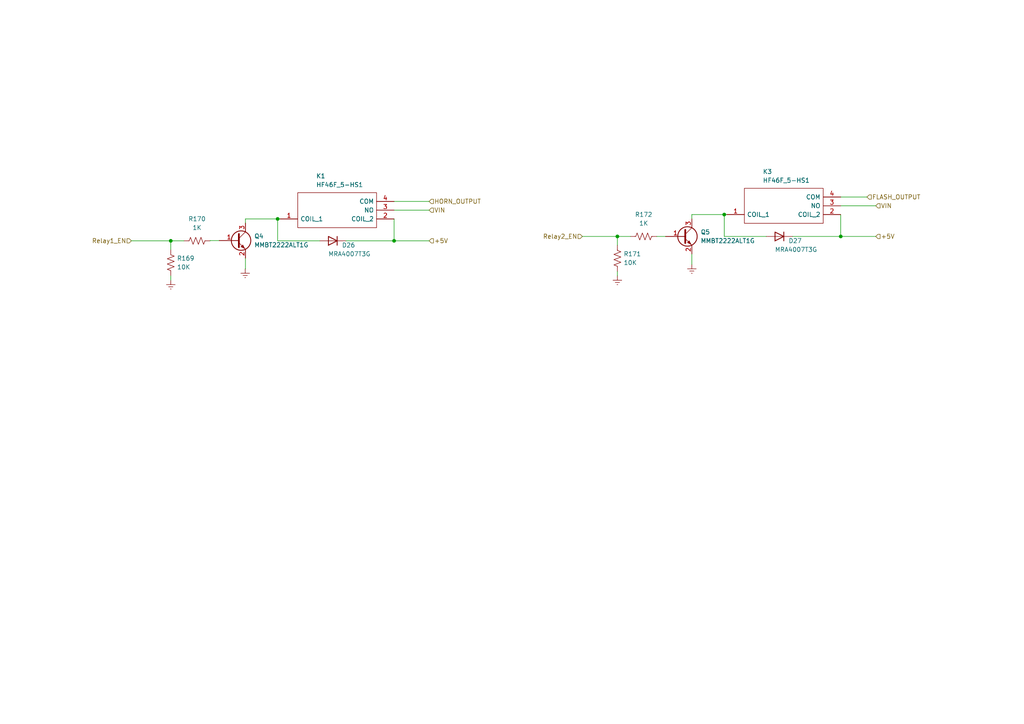
<source format=kicad_sch>
(kicad_sch (version 20231120) (generator "eeschema") (generator_version "8.0")
  (paper "A4")
  (lib_symbols
    (symbol "Device:D" (pin_numbers hide) (pin_names (offset 1.016) hide)
      (property "Reference" "D" (at 0 2.54 0))
      (property "Value" "D" (at 0 -2.54 0))
      (symbol "D_0_1"
        (polyline (pts (xy -1.27 1.27) (xy -1.27 -1.27)) (stroke (width 0.254)))
        (polyline (pts (xy 1.27 0) (xy -1.27 0)))
        (polyline (pts (xy 1.27 1.27) (xy 1.27 -1.27) (xy -1.27 0) (xy 1.27 1.27)) (stroke (width 0.254)))
      )
      (symbol "D_1_1"
        (pin passive line (at -3.81 0 0) (length 2.54) (name "K") (number "1"))
        (pin passive line (at 3.81 0 180) (length 2.54) (name "A") (number "2"))
      )
    )
    (symbol "Device:R_US" (pin_numbers hide) (pin_names (offset 0))
      (property "Reference" "R" (at 2.54 0 90))
      (property "Value" "R_US" (at -2.54 0 90))
      (symbol "R_US_0_1"
        (polyline (pts (xy 0 -2.286) (xy 0 -2.54)))
        (polyline (pts (xy 0 2.286) (xy 0 2.54)))
        (polyline (pts (xy 0 -0.762) (xy 1.016 -1.143) (xy 0 -1.524) (xy -1.016 -1.905) (xy 0 -2.286)))
        (polyline (pts (xy 0 0.762) (xy 1.016 0.381) (xy 0 0) (xy -1.016 -0.381) (xy 0 -0.762)))
        (polyline (pts (xy 0 2.286) (xy 1.016 1.905) (xy 0 1.524) (xy -1.016 1.143) (xy 0 0.762)))
      )
      (symbol "R_US_1_1"
        (pin passive line (at 0 3.81 270) (length 1.27) (name "~") (number "1"))
        (pin passive line (at 0 -3.81 90) (length 1.27) (name "~") (number "2"))
      )
    )
    (symbol "HF46F:HF46F_5-HS1" (pin_names (offset 0.762))
      (property "Reference" "K" (at 29.21 7.62 0))
      (property "Value" "HF46F_5-HS1" (at 29.21 5.08 0))
      (symbol "HF46F_5-HS1_0_0"
        (pin passive line (at 33.02 0 180) (length 5.08) (name "COIL_1") (number "1"))
        (pin passive line (at 0 0 0) (length 5.08) (name "COIL_2") (number "2"))
        (pin passive line (at 0 -2.54 0) (length 5.08) (name "NO") (number "3"))
        (pin passive line (at 0 -5.08 0) (length 5.08) (name "COM") (number "4"))
      )
      (symbol "HF46F_5-HS1_0_1"
        (polyline (pts (xy 5.08 2.54) (xy 27.94 2.54) (xy 27.94 -7.62) (xy 5.08 -7.62) (xy 5.08 2.54)) (stroke (width 0.1524)))
      )
    )
    (symbol "Transistor_BJT:2N3055" (pin_names (offset 0) hide)
      (property "Reference" "Q" (at 5.08 1.905 0))
      (property "Value" "2N3055" (at 5.08 0 0))
      (symbol "2N3055_0_1"
        (polyline (pts (xy 0.635 0.635) (xy 2.54 2.54)))
        (polyline (pts (xy 0.635 -0.635) (xy 2.54 -2.54) (xy 2.54 -2.54)))
        (polyline (pts (xy 0.635 1.905) (xy 0.635 -1.905) (xy 0.635 -1.905)) (stroke (width 0.508)))
        (polyline (pts (xy 1.27 -1.778) (xy 1.778 -1.27) (xy 2.286 -2.286) (xy 1.27 -1.778) (xy 1.27 -1.778)) (fill (type outline)))
        (circle (center 1.27 0) (radius 2.8194) (stroke (width 0.254)))
      )
      (symbol "2N3055_1_1"
        (pin input line (at -5.08 0 0) (length 5.715) (name "B") (number "1"))
        (pin passive line (at 2.54 -5.08 90) (length 2.54) (name "E") (number "2"))
        (pin passive line (at 2.54 5.08 270) (length 2.54) (name "C") (number "3"))
      )
    )
    (symbol "power:Earth" (power) (pin_names (offset 0))
      (symbol "Earth_0_1"
        (polyline (pts (xy -0.635 -1.905) (xy 0.635 -1.905)))
        (polyline (pts (xy -0.127 -2.54) (xy 0.127 -2.54)))
        (polyline (pts (xy 0 -1.27) (xy 0 0)))
        (polyline (pts (xy 1.27 -1.27) (xy -1.27 -1.27)))
      )
      (symbol "Earth_1_1"
        (pin power_in line (at 0 0 270) (length 0) hide (name "Earth") (number "1"))
      )
    )
  )
  (junction (at 114.3 69.85))
  (junction (at 243.84 68.58))
  (junction (at 179.07 68.58))
  (junction (at 80.5252 63.5))
  (junction (at 49.53 69.85))
  (junction (at 210.0652 62.23))
  (wire (pts (xy 92.71 69.85) (xy 80.5252 69.85)))
  (wire (pts (xy 49.53 80.01) (xy 49.53 81.28)))
  (wire (pts (xy 114.3 63.5) (xy 114.3 69.85)))
  (wire (pts (xy 114.3 60.96) (xy 124.46 60.96)))
  (wire (pts (xy 243.84 62.23) (xy 243.84 68.58)))
  (wire (pts (xy 243.84 68.58) (xy 254 68.58)))
  (wire (pts (xy 71.1888 74.8588) (xy 71.1888 77.978)))
  (wire (pts (xy 200.66 62.23) (xy 210.0652 62.23)))
  (wire (pts (xy 179.07 68.58) (xy 182.88 68.58)))
  (wire (pts (xy 168.91 68.58) (xy 179.07 68.58)))
  (wire (pts (xy 114.3 58.42) (xy 124.46 58.42)))
  (wire (pts (xy 60.96 69.7788) (xy 60.96 69.85)))
  (wire (pts (xy 38.1 69.85) (xy 49.53 69.85)))
  (wire (pts (xy 200.66 63.5) (xy 200.66 62.23)))
  (wire (pts (xy 190.5 68.58) (xy 193.04 68.58)))
  (wire (pts (xy 179.07 78.74) (xy 179.07 80.01)))
  (wire (pts (xy 222.25 68.58) (xy 210.0652 68.58)))
  (wire (pts (xy 63.5688 69.7788) (xy 60.96 69.7788)))
  (wire (pts (xy 243.84 57.15) (xy 251.46 57.15)))
  (wire (pts (xy 210.0652 62.23) (xy 210.82 62.23)))
  (wire (pts (xy 71.1888 77.978) (xy 71.12 77.978)))
  (wire (pts (xy 200.66 73.66) (xy 200.66 76.708)))
  (wire (pts (xy 243.84 59.69) (xy 254 59.69)))
  (wire (pts (xy 71.1888 63.5) (xy 71.1888 64.6988)))
  (wire (pts (xy 100.33 69.85) (xy 114.3 69.85)))
  (wire (pts (xy 210.0652 68.58) (xy 210.0652 62.23)))
  (wire (pts (xy 49.53 69.85) (xy 49.53 72.39)))
  (wire (pts (xy 80.5252 63.5) (xy 81.28 63.5)))
  (wire (pts (xy 114.3 69.85) (xy 124.46 69.85)))
  (wire (pts (xy 179.07 68.58) (xy 179.07 71.12)))
  (wire (pts (xy 71.1888 63.5) (xy 80.5252 63.5)))
  (wire (pts (xy 80.5252 69.85) (xy 80.5252 63.5)))
  (wire (pts (xy 49.53 69.85) (xy 53.34 69.85)))
  (wire (pts (xy 229.87 68.58) (xy 243.84 68.58)))
  (hierarchical_label "HORN_OUTPUT" (shape input) (at 124.46 58.42 0))
  (hierarchical_label "+5V" (shape input) (at 124.46 69.85 0))
  (hierarchical_label "VIN" (shape input) (at 254 59.69 0))
  (hierarchical_label "Relay2_EN" (shape input) (at 168.91 68.58 180))
  (hierarchical_label "VIN" (shape input) (at 124.46 60.96 0))
  (hierarchical_label "+5V" (shape input) (at 254 68.58 0))
  (hierarchical_label "FLASH_OUTPUT" (shape input) (at 251.46 57.15 0))
  (hierarchical_label "Relay1_EN" (shape input) (at 38.1 69.85 180))
  (symbol (lib_id "Device:R_US") (at 57.15 69.85 90) (unit 1)
    (property "Reference" "R170" (at 57.15 63.5 90))
    (property "Value" "1K" (at 57.15 66.04 90))
    (property "Footprint" "Resistor_SMD:R_0603_1608Metric" (effects (hide yes)))
    (property "Description" "Resistor, US symbol" (effects (hide yes)))
    (property "MPN" "0603WAF1001T5E" (effects (hide yes)))
  )
  (symbol (lib_id "Device:R_US") (at 186.69 68.58 90) (unit 1)
    (property "Reference" "R172" (at 186.69 62.23 90))
    (property "Value" "1K" (at 186.69 64.77 90))
    (property "Footprint" "Resistor_SMD:R_0603_1608Metric" (effects (hide yes)))
    (property "Description" "Resistor, US symbol" (effects (hide yes)))
    (property "MPN" "0603WAF1001T5E" (effects (hide yes)))
  )
  (symbol (lib_id "power:Earth") (at 49.53 81.28 0) (unit 1)
    (property "Reference" "#PWR0202" (effects (hide yes)))
    (property "Value" "Earth" (effects (hide yes)))
    (property "Description" "Power symbol creates a global label with name \"Earth\"" (effects (hide yes)))
  )
  (symbol (lib_id "Device:R_US") (at 49.53 76.2 0) (unit 1)
    (property "Reference" "R169" (at 51.308 74.9299 0) (effects (justify left)))
    (property "Value" "10K" (at 51.308 77.4699 0) (effects (justify left)))
    (property "Footprint" "Resistor_SMD:R_0603_1608Metric" (effects (hide yes)))
    (property "Description" "Resistor, US symbol" (effects (hide yes)))
    (property "MPN" "0603WAF1002T5E" (effects (hide yes)))
  )
  (symbol (lib_id "Transistor_BJT:2N3055") (at 198.12 68.58 0) (unit 1)
    (property "Reference" "Q5" (at 203.2 67.3099 0) (effects (justify left)))
    (property "Value" "MMBT2222ALT1G" (at 203.2 69.8499 0) (effects (justify left)))
    (property "Footprint" "HDMI 2.0 TX:MMBT2222ALT1G" (effects (hide yes)))
    (property "Datasheet" "https://datasheet.lcsc.com/lcsc/2304140030_onsemi-MMBT2222ALT1G_C82460.pdf" (effects (hide yes)))
    (property "Description" "40V 225mW 100@150mA,10V 600mA NPN SOT-23(TO-236) Bipolar Transistors - BJT ROHS" (effects (hide yes)))
    (property "MPN" "MMBT2222A" (effects (hide yes)))
  )
  (symbol (lib_id "power:Earth") (at 179.07 80.01 0) (unit 1)
    (property "Reference" "#PWR0203" (effects (hide yes)))
    (property "Value" "Earth" (effects (hide yes)))
    (property "Description" "Power symbol creates a global label with name \"Earth\"" (effects (hide yes)))
  )
  (symbol (lib_id "HF46F:HF46F_5-HS1") (at 243.84 62.23 180) (unit 1)
    (property "Reference" "K3" (at 221.234 49.784 0) (effects (justify right)))
    (property "Value" "HF46F_5-HS1" (at 221.234 52.324 0) (effects (justify right)))
    (property "Footprint" "Footprint Library:HF46F5HS1" (effects (hide yes)))
    (property "Description" "Relay: electromagnetic; SPST-NO; Ucoil: 5VDC; 5A/250VAC; 5A/30VDC" (effects (hide yes)))
    (property "Height" "15.6" (effects (hide yes)))
    (property "Manufacturer_Name" "Hongfa" (effects (hide yes)))
    (property "Manufacturer_Part_Number" "HF46F/5-HS1" (effects (hide yes)))
    (property "MPN" "HF46F_5-HS1" (effects (hide yes)))
  )
  (symbol (lib_id "power:Earth") (at 71.12 77.978 0) (unit 1)
    (property "Reference" "#PWR0119" (effects (hide yes)))
    (property "Value" "Earth" (effects (hide yes)))
    (property "Description" "Power symbol creates a global label with name \"Earth\"" (effects (hide yes)))
  )
  (symbol (lib_id "Device:D") (at 226.06 68.58 180) (unit 1)
    (property "Reference" "D27" (at 230.632 69.85 0))
    (property "Value" "MRA4007T3G" (at 230.886 72.39 0))
    (property "Footprint" "Library:MRA4007T3G" (effects (hide yes)))
    (property "Description" "Diode" (effects (hide yes)))
    (property "Sim.Device" "D" (effects (hide yes)))
    (property "Sim.Pins" "1=K 2=A" (effects (hide yes)))
    (property "MPN" "MRA4007T3G" (effects (hide yes)))
  )
  (symbol (lib_id "Transistor_BJT:2N3055") (at 68.6488 69.7788 0) (unit 1)
    (property "Reference" "Q4" (at 73.7288 68.5087 0) (effects (justify left)))
    (property "Value" "MMBT2222ALT1G" (at 73.7288 71.0487 0) (effects (justify left)))
    (property "Footprint" "HDMI 2.0 TX:MMBT2222ALT1G" (effects (hide yes)))
    (property "Datasheet" "https://datasheet.lcsc.com/lcsc/2304140030_onsemi-MMBT2222ALT1G_C82460.pdf" (effects (hide yes)))
    (property "Description" "40V 225mW 100@150mA,10V 600mA NPN SOT-23(TO-236) Bipolar Transistors - BJT ROHS" (effects (hide yes)))
    (property "MPN" "MMBT2222A" (effects (hide yes)))
  )
  (symbol (lib_id "power:Earth") (at 200.66 76.708 0) (unit 1)
    (property "Reference" "#PWR0204" (effects (hide yes)))
    (property "Value" "Earth" (effects (hide yes)))
    (property "Description" "Power symbol creates a global label with name \"Earth\"" (effects (hide yes)))
  )
  (symbol (lib_id "Device:R_US") (at 179.07 74.93 0) (unit 1)
    (property "Reference" "R171" (at 180.848 73.6599 0) (effects (justify left)))
    (property "Value" "10K" (at 180.848 76.1999 0) (effects (justify left)))
    (property "Footprint" "Resistor_SMD:R_0603_1608Metric" (effects (hide yes)))
    (property "Description" "Resistor, US symbol" (effects (hide yes)))
    (property "MPN" "0603WAF1002T5E" (effects (hide yes)))
  )
  (symbol (lib_id "HF46F:HF46F_5-HS1") (at 114.3 63.5 180) (unit 1)
    (property "Reference" "K1" (at 91.694 51.054 0) (effects (justify right)))
    (property "Value" "HF46F_5-HS1" (at 91.694 53.594 0) (effects (justify right)))
    (property "Footprint" "Footprint Library:HF46F5HS1" (effects (hide yes)))
    (property "Description" "Relay: electromagnetic; SPST-NO; Ucoil: 5VDC; 5A/250VAC; 5A/30VDC" (effects (hide yes)))
    (property "Height" "15.6" (effects (hide yes)))
    (property "Manufacturer_Name" "Hongfa" (effects (hide yes)))
    (property "Manufacturer_Part_Number" "HF46F/5-HS1" (effects (hide yes)))
    (property "MPN" "HF46F_5-HS1" (effects (hide yes)))
  )
  (symbol (lib_id "Device:D") (at 96.52 69.85 180) (unit 1)
    (property "Reference" "D26" (at 101.092 71.12 0))
    (property "Value" "MRA4007T3G" (at 101.346 73.66 0))
    (property "Footprint" "Library:MRA4007T3G" (effects (hide yes)))
    (property "Description" "Diode" (effects (hide yes)))
    (property "Sim.Device" "D" (effects (hide yes)))
    (property "Sim.Pins" "1=K 2=A" (effects (hide yes)))
    (property "MPN" "MRA4007T3G" (effects (hide yes)))
  )
)
</source>
